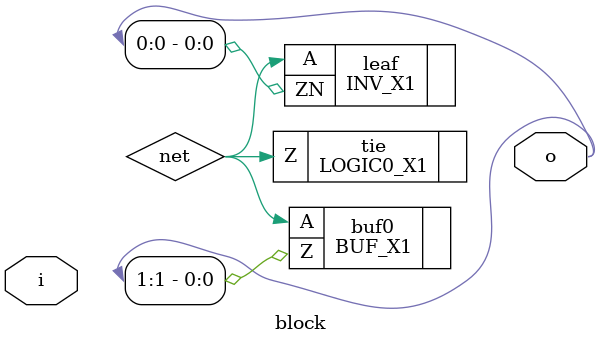
<source format=v>
module top();
  wire mid;
  wire w1;
  wire w0;
   
  INV_X1 leaf (.A(w0), .ZN(mid));
  block b(.i(mid), .o({w1, w0}));
  INV_X1 load0 (.A(w0));
  INV_X1 load1 (.A(w1));
endmodule

module block(input i, output [1:0] o);
  wire net;

  LOGIC0_X1 tie (.Z(net));
  INV_X1 leaf (.A(net), .ZN(o[0]));
  BUF_X1 buf0 (.A(net), .Z(o[1]));
endmodule

</source>
